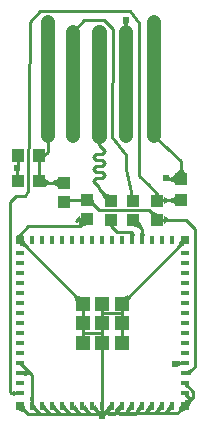
<source format=gtl>
G04 Layer: TopLayer*
G04 EasyEDA v6.4.7, 2020-11-27T10:47:25--5:00*
G04 dd7cd5e760c64df4b839af09766a4cc3,8c855a101c40496d9864c429bd497241,10*
G04 Gerber Generator version 0.2*
G04 Scale: 100 percent, Rotated: No, Reflected: No *
G04 Dimensions in inches *
G04 leading zeros omitted , absolute positions ,2 integer and 4 decimal *
%FSLAX24Y24*%
%MOIN*%
G90*
D02*

%ADD10C,0.010000*%
%ADD11C,0.047240*%
%ADD12C,0.010236*%
%ADD13C,0.051240*%
%ADD14C,0.024016*%
%ADD15C,0.024000*%
%ADD16R,0.043307X0.039370*%
%ADD17R,0.039370X0.043307*%
%ADD18R,0.031500X0.015750*%
%ADD19R,0.015750X0.031500*%
%ADD20R,0.047240X0.047240*%
%ADD21R,0.031500X0.031500*%

%LPD*%
G54D10*
G01X2800Y6769D02*
G01X2580Y6550D01*
G01X850Y6550D01*
G01X559Y6259D01*
G01X559Y6061D01*
G01X4868Y7900D02*
G01X4550Y8217D01*
G01X4550Y13300D01*
G01X4250Y13700D01*
G01X1250Y13700D01*
G01X900Y13350D01*
G01X850Y7700D01*
G01X750Y7550D01*
G01X450Y7550D01*
G01X250Y7350D01*
G01X250Y1000D01*
G01X286Y963D01*
G01X559Y963D01*
G01X5750Y1950D02*
G01X5767Y1967D01*
G01X6071Y1967D01*
G01X4100Y13400D02*
G01X4100Y11672D01*
G01X4102Y11669D01*
G54D11*
G01X4102Y13020D02*
G01X4102Y9555D01*
G54D10*
G01X3600Y7380D02*
G01X3201Y7782D01*
G01X3201Y7851D01*
G01X3103Y7951D01*
G01X3003Y8048D01*
G01X3103Y8148D01*
G01X3298Y8148D01*
G01X3398Y8246D01*
G01X3298Y8346D01*
G01X3103Y8346D01*
G01X3003Y8442D01*
G01X3103Y8542D01*
G01X3298Y8542D01*
G01X3398Y8638D01*
G01X3298Y8738D01*
G01X3103Y8738D01*
G01X3003Y8836D01*
G01X3103Y8936D01*
G01X3298Y8936D01*
G01X3398Y9032D01*
G01X3201Y9232D01*
G01X3201Y13019D01*
G54D12*
G01X4350Y7380D02*
G01X4100Y8450D01*
G01X4100Y8900D01*
G01X3650Y9500D01*
G01X3665Y13123D01*
G01X3388Y13401D01*
G01X2719Y13401D01*
G01X2338Y13019D01*
G54D10*
G01X2450Y6700D02*
G01X2519Y6769D01*
G01X2800Y6769D01*
G01X940Y1609D02*
G01X917Y1632D01*
G01X559Y1632D01*
G01X559Y1967D02*
G01X750Y1800D01*
G01X973Y1576D01*
G01X973Y550D01*
G01X6071Y550D02*
G01X6350Y828D01*
G01X6350Y1019D01*
G01X6071Y1298D02*
G01X6350Y1019D01*
G01X6350Y828D01*
G01X6071Y963D02*
G01X6256Y778D01*
G01X6300Y778D01*
G01X973Y550D02*
G01X1242Y280D01*
G01X1744Y280D01*
G01X1307Y550D02*
G01X1575Y282D01*
G01X1934Y282D01*
G01X1642Y550D02*
G01X1907Y284D01*
G01X2442Y284D01*
G01X1976Y550D02*
G01X2240Y286D01*
G01X3032Y286D01*
G01X2311Y550D02*
G01X2573Y288D01*
G01X3200Y288D01*
G01X2646Y550D02*
G01X2907Y288D01*
G01X3290Y288D01*
G01X2980Y550D02*
G01X3242Y288D01*
G01X3365Y288D01*
G01X3315Y550D02*
G01X3315Y288D01*
G01X3650Y550D02*
G01X3388Y288D01*
G01X3251Y288D01*
G01X3984Y550D02*
G01X3723Y288D01*
G01X3496Y288D01*
G01X4318Y550D02*
G01X4059Y290D01*
G01X3871Y290D01*
G01X6071Y550D02*
G01X5850Y328D01*
G01X5850Y300D01*
G01X832Y276D01*
G01X559Y550D01*
G01X4653Y550D02*
G01X4396Y292D01*
G01X4061Y292D01*
G01X4989Y550D02*
G01X4732Y294D01*
G01X4627Y294D01*
G01X5322Y550D02*
G01X5068Y294D01*
G01X4830Y294D01*
G01X5657Y550D02*
G01X5403Y296D01*
G01X5106Y296D01*
G01X5450Y8150D02*
G01X5490Y8109D01*
G01X5950Y8109D01*
G54D12*
G01X5950Y8700D02*
G01X5043Y9530D01*
G54D11*
G01X5043Y13350D02*
G01X5043Y9531D01*
G54D10*
G01X6071Y6061D02*
G01X3965Y3955D01*
G01X559Y6061D02*
G01X2665Y3955D01*
G54D13*
G01X3200Y13020D02*
G01X3200Y9555D01*
G54D11*
G01X2339Y13020D02*
G01X2339Y9555D01*
G01X1500Y13350D02*
G01X1500Y9531D01*
G54D12*
G01X1500Y13350D02*
G01X1500Y9530D01*
G54D10*
G01X5150Y6750D02*
G01X5150Y6800D01*
G01X4885Y7065D01*
G01X3200Y7065D01*
G01X2865Y7400D01*
G01X2800Y7400D01*
G01X2050Y7350D02*
G01X2100Y7400D01*
G01X2800Y7400D01*
G54D12*
G01X1200Y8050D02*
G01X1269Y7980D01*
G01X2050Y7980D01*
G01X5150Y7380D02*
G01X5150Y7617D01*
G01X4868Y7900D01*
G54D10*
G01X4350Y6750D02*
G01X4653Y6446D01*
G01X4653Y6061D01*
G01X3600Y6750D02*
G01X3600Y6550D01*
G01X3800Y6350D01*
G01X4300Y6350D01*
G01X4318Y6330D01*
G01X4318Y6061D01*
G01X5150Y7380D02*
G01X5169Y7400D01*
G01X5950Y7400D01*
G01X5150Y6750D02*
G01X6100Y6750D01*
G01X6400Y6450D01*
G01X6400Y1850D01*
G01X6182Y1632D01*
G01X6071Y1632D01*
G54D12*
G01X5950Y8109D02*
G01X5950Y8700D01*
G01X3201Y13019D02*
G01X3201Y9555D01*
G01X2338Y13019D02*
G01X2338Y9555D01*
G01X1209Y8567D02*
G01X1200Y8559D01*
G01X1200Y8050D01*
G01X1209Y8900D02*
G01X1209Y8734D01*
G01X1209Y8734D02*
G01X1209Y8567D01*
G01X1209Y8734D02*
G01X1500Y9025D01*
G01X1500Y9530D01*
G01X3965Y3305D02*
G01X3965Y2655D01*
G01X3965Y3630D02*
G01X3315Y3630D01*
G01X3965Y3630D02*
G01X3965Y3305D01*
G01X3315Y3955D02*
G01X3315Y3630D01*
G01X3315Y3630D02*
G01X3315Y3305D01*
G01X2665Y2980D02*
G01X3315Y2980D01*
G01X3315Y2980D02*
G01X3315Y3305D01*
G01X2665Y3305D02*
G01X2665Y2980D01*
G01X2665Y2980D02*
G01X2665Y2655D01*
G01X3315Y2980D02*
G01X3315Y2655D01*
G01X3315Y2655D02*
G01X3315Y823D01*
G01X3315Y823D01*
G01X3315Y550D02*
G01X3315Y823D01*
G01X3965Y3955D02*
G01X3965Y3630D01*
G01X2665Y3955D02*
G01X2665Y3305D01*
G01X500Y8567D02*
G01X490Y8559D01*
G01X490Y8461D01*
G01X490Y8461D02*
G01X490Y8050D01*
G01X500Y8900D02*
G01X500Y8567D01*
G54D16*
G01X4350Y7379D03*
G01X4350Y6750D03*
G01X3600Y7379D03*
G01X3600Y6750D03*
G54D17*
G01X1200Y8050D03*
G01X491Y8050D03*
G54D16*
G01X5950Y8108D03*
G01X5950Y7400D03*
G36*
G01X303Y9116D02*
G01X696Y9116D01*
G01X696Y8683D01*
G01X303Y8683D01*
G01X303Y9116D01*
G37*
G36*
G01X1011Y9116D02*
G01X1405Y9116D01*
G01X1405Y8683D01*
G01X1011Y8683D01*
G01X1011Y9116D01*
G37*
G01X2050Y7979D03*
G01X2050Y7350D03*
G01X2800Y7400D03*
G01X2800Y6770D03*
G54D18*
G01X6071Y963D03*
G01X6071Y1298D03*
G01X6071Y1632D03*
G01X6071Y1967D03*
G01X6071Y2301D03*
G01X6071Y2636D03*
G01X6071Y2971D03*
G01X6071Y3305D03*
G01X6071Y3640D03*
G01X6071Y3975D03*
G01X6071Y4309D03*
G01X6071Y4644D03*
G01X6071Y4979D03*
G01X6071Y5313D03*
G01X6071Y5648D03*
G54D19*
G01X5657Y6061D03*
G01X5323Y6061D03*
G01X4988Y6061D03*
G01X4653Y6061D03*
G01X4319Y6061D03*
G01X3984Y6061D03*
G01X3650Y6061D03*
G01X3315Y6061D03*
G01X2980Y6061D03*
G01X2646Y6061D03*
G01X2311Y6061D03*
G01X1976Y6061D03*
G01X1642Y6061D03*
G01X1307Y6061D03*
G01X972Y6061D03*
G54D18*
G01X559Y5648D03*
G01X559Y5313D03*
G01X559Y4979D03*
G01X559Y4644D03*
G01X559Y4309D03*
G01X559Y3975D03*
G01X559Y3640D03*
G01X559Y3305D03*
G01X559Y2971D03*
G01X559Y2636D03*
G01X559Y2301D03*
G01X559Y1967D03*
G01X559Y1632D03*
G01X559Y1298D03*
G01X559Y963D03*
G54D19*
G01X972Y550D03*
G01X1307Y550D03*
G01X1642Y550D03*
G01X1976Y550D03*
G01X2311Y550D03*
G01X2646Y550D03*
G01X2980Y550D03*
G01X3315Y550D03*
G01X3650Y550D03*
G01X3984Y550D03*
G01X4319Y550D03*
G01X4653Y550D03*
G01X4988Y550D03*
G01X5323Y550D03*
G01X5657Y550D03*
G54D20*
G01X3315Y3305D03*
G54D21*
G01X6071Y550D03*
G01X6071Y6061D03*
G01X559Y6061D03*
G01X559Y550D03*
G54D20*
G01X2665Y2656D03*
G01X3315Y2656D03*
G01X3965Y2656D03*
G01X2665Y3305D03*
G01X3965Y3305D03*
G01X2665Y3955D03*
G01X3315Y3955D03*
G01X3965Y3955D03*
G54D16*
G01X5150Y7379D03*
G01X5150Y6750D03*

%LPD*%
G36*
G01X5913Y1888D02*
G01X5913Y2045D01*
G01X5767Y2017D01*
G01X5767Y1917D01*
G01X5913Y1888D01*
G37*

%LPD*%
G36*
G01X5907Y2017D02*
G01X5819Y2047D01*
G01X5838Y1868D01*
G01X5917Y1917D01*
G01X5907Y2017D01*
G37*

%LPD*%
G36*
G01X5516Y6800D02*
G01X5366Y6875D01*
G01X5366Y6625D01*
G01X5516Y6700D01*
G01X5516Y6800D01*
G37*

%LPD*%
G36*
G01X6320Y1699D02*
G01X6270Y1791D01*
G01X6142Y1711D01*
G01X6229Y1553D01*
G01X6320Y1699D01*
G37*

%LPD*%
G36*
G01X6001Y8459D02*
G01X5898Y8459D01*
G01X5822Y8306D01*
G01X6077Y8306D01*
G01X6001Y8459D01*
G37*

%LPD*%
G36*
G01X5733Y7275D02*
G01X5733Y7525D01*
G01X5583Y7450D01*
G01X5583Y7350D01*
G01X5733Y7275D01*
G37*

%LPD*%
G36*
G01X5516Y7450D02*
G01X5366Y7525D01*
G01X5366Y7275D01*
G01X5516Y7350D01*
G01X5516Y7450D01*
G37*

%LPD*%
G36*
G01X5183Y6946D02*
G01X4970Y7050D01*
G01X4864Y7014D01*
G01X4933Y6945D01*
G01X5183Y6946D01*
G37*

%LPD*%
G36*
G01X4369Y6330D02*
G01X4269Y6330D01*
G01X4241Y6218D01*
G01X4398Y6218D01*
G01X4369Y6330D01*
G37*

%LPD*%
G36*
G01X4631Y6539D02*
G01X4566Y6675D01*
G01X4348Y6553D01*
G01X4540Y6488D01*
G01X4631Y6539D01*
G37*

%LPD*%
G36*
G01X4704Y6368D02*
G01X4604Y6368D01*
G01X4575Y6218D01*
G01X4734Y6218D01*
G01X4704Y6368D01*
G37*

%LPD*%
G36*
G01X4369Y6330D02*
G01X4269Y6330D01*
G01X4241Y6218D01*
G01X4398Y6218D01*
G01X4369Y6330D01*
G37*

%LPD*%
G36*
G01X3725Y6553D02*
G01X3475Y6553D01*
G01X3550Y6550D01*
G01X3650Y6550D01*
G01X3725Y6553D01*
G37*

%LPD*%
G36*
G01X402Y884D02*
G01X402Y1042D01*
G01X287Y1012D01*
G01X287Y912D01*
G01X402Y884D01*
G37*

%LPD*%
G36*
G01X1550Y8031D02*
G01X1397Y8107D01*
G01X1397Y7851D01*
G01X1550Y7928D01*
G01X1550Y8031D01*
G37*

%LPD*%
G36*
G01X1833Y7851D02*
G01X1833Y8107D01*
G01X1679Y8031D01*
G01X1679Y7928D01*
G01X1833Y7851D01*
G37*

%LPD*%
G36*
G01X3119Y7216D02*
G01X3016Y7447D01*
G01X2962Y7203D01*
G01X3093Y7100D01*
G01X3119Y7216D01*
G37*

%LPD*%
G36*
G01X2606Y4191D02*
G01X2447Y4244D01*
G01X2376Y4174D01*
G01X2429Y4015D01*
G01X2606Y4191D01*
G37*

%LPD*%
G36*
G01X771Y5920D02*
G01X718Y6076D01*
G01X536Y5904D01*
G01X698Y5851D01*
G01X771Y5920D01*
G37*

%LPD*%
G36*
G01X4254Y4174D02*
G01X4183Y4244D01*
G01X4024Y4191D01*
G01X4201Y4014D01*
G01X4254Y4174D01*
G37*

%LPD*%
G36*
G01X6089Y5904D02*
G01X5915Y6083D01*
G01X5862Y5923D01*
G01X5932Y5851D01*
G01X6089Y5904D01*
G37*

%LPD*%
G36*
G01X5733Y7983D02*
G01X5733Y8233D01*
G01X5583Y8158D01*
G01X5583Y8058D01*
G01X5733Y7983D01*
G37*

%LPD*%
G36*
G01X5621Y8158D02*
G01X5549Y8217D01*
G01X5504Y8042D01*
G01X5594Y8058D01*
G01X5621Y8158D01*
G37*

%LPD*%
G36*
G01X1022Y857D02*
G01X922Y857D01*
G01X894Y707D01*
G01X1052Y707D01*
G01X1022Y857D01*
G37*

%LPD*%
G36*
G01X771Y408D02*
G01X718Y565D01*
G01X537Y392D01*
G01X699Y339D01*
G01X771Y408D01*
G37*

%LPD*%
G36*
G01X6089Y392D02*
G01X5915Y572D01*
G01X5862Y411D01*
G01X5931Y339D01*
G01X6089Y392D01*
G37*

%LPD*%
G36*
G01X5579Y392D02*
G01X5579Y596D01*
G01X5429Y392D01*
G01X5429Y250D01*
G01X5579Y392D01*
G37*

%LPD*%
G36*
G01X5244Y392D02*
G01X5244Y595D01*
G01X5094Y391D01*
G01X5094Y250D01*
G01X5244Y392D01*
G37*

%LPD*%
G36*
G01X4911Y392D02*
G01X4911Y597D01*
G01X4761Y393D01*
G01X4761Y251D01*
G01X4911Y392D01*
G37*

%LPD*%
G36*
G01X4575Y392D02*
G01X4575Y596D01*
G01X4425Y392D01*
G01X4425Y250D01*
G01X4575Y392D01*
G37*

%LPD*%
G36*
G01X4241Y392D02*
G01X4241Y597D01*
G01X4091Y392D01*
G01X4091Y251D01*
G01X4241Y392D01*
G37*

%LPD*%
G36*
G01X3907Y392D02*
G01X3907Y597D01*
G01X3757Y393D01*
G01X3757Y251D01*
G01X3907Y392D01*
G37*

%LPD*%
G36*
G01X3571Y392D02*
G01X3571Y596D01*
G01X3421Y392D01*
G01X3421Y250D01*
G01X3571Y392D01*
G37*

%LPD*%
G36*
G01X3394Y392D02*
G01X3238Y392D01*
G01X3264Y288D01*
G01X3364Y288D01*
G01X3394Y392D01*
G37*

%LPD*%
G36*
G01X3210Y391D02*
G01X3060Y595D01*
G01X3060Y392D01*
G01X3210Y249D01*
G01X3210Y391D01*
G37*

%LPD*%
G36*
G01X2875Y391D02*
G01X2725Y595D01*
G01X2725Y392D01*
G01X2875Y250D01*
G01X2875Y391D01*
G37*

%LPD*%
G36*
G01X2541Y390D02*
G01X2391Y595D01*
G01X2391Y392D01*
G01X2541Y249D01*
G01X2541Y390D01*
G37*

%LPD*%
G36*
G01X2205Y392D02*
G01X2055Y596D01*
G01X2055Y392D01*
G01X2205Y250D01*
G01X2205Y392D01*
G37*

%LPD*%
G36*
G01X1871Y391D02*
G01X1721Y595D01*
G01X1721Y392D01*
G01X1871Y250D01*
G01X1871Y391D01*
G37*

%LPD*%
G36*
G01X1537Y390D02*
G01X1387Y595D01*
G01X1387Y392D01*
G01X1537Y249D01*
G01X1537Y390D01*
G37*

%LPD*%
G36*
G01X1202Y391D02*
G01X1052Y595D01*
G01X1052Y392D01*
G01X1202Y249D01*
G01X1202Y391D01*
G37*

%LPD*%
G36*
G01X6282Y690D02*
G01X6211Y760D01*
G01X6051Y707D01*
G01X6229Y532D01*
G01X6282Y690D01*
G37*

%LPD*%
G36*
G01X6229Y1218D02*
G01X6025Y1218D01*
G01X6229Y1068D01*
G01X6371Y1068D01*
G01X6229Y1218D01*
G37*

%LPD*%
G36*
G01X6229Y884D02*
G01X6024Y884D01*
G01X6185Y778D01*
G01X6291Y814D01*
G01X6229Y884D01*
G37*

%LPD*%
G36*
G01X866Y1682D02*
G01X716Y1711D01*
G01X716Y1553D01*
G01X866Y1582D01*
G01X866Y1682D01*
G37*

%LPD*%
G36*
G01X2583Y6645D02*
G01X2583Y6895D01*
G01X2520Y6820D01*
G01X2520Y6720D01*
G01X2583Y6645D01*
G37*

%LPD*%
G36*
G01X3601Y7577D02*
G01X3409Y7641D01*
G01X3318Y7590D01*
G01X3383Y7454D01*
G01X3601Y7577D01*
G37*

%LPD*%
G36*
G01X4190Y13320D02*
G01X4009Y13320D01*
G01X4050Y13236D01*
G01X4150Y13236D01*
G01X4190Y13320D01*
G37*

%LPD*%
G36*
G01X2801Y6572D02*
G01X2583Y6695D01*
G01X2544Y6585D01*
G01X2625Y6524D01*
G01X2801Y6572D01*
G37*

%LPD*%
G36*
G01X609Y6259D02*
G01X509Y6259D01*
G01X434Y6218D01*
G01X684Y6218D01*
G01X609Y6259D01*
G37*
G54D14*
G01X5750Y1950D03*
G54D15*
G01X490Y8461D03*
G01X5450Y8150D03*
G01X3300Y200D03*
G01X4100Y13400D03*
M00*
M02*

</source>
